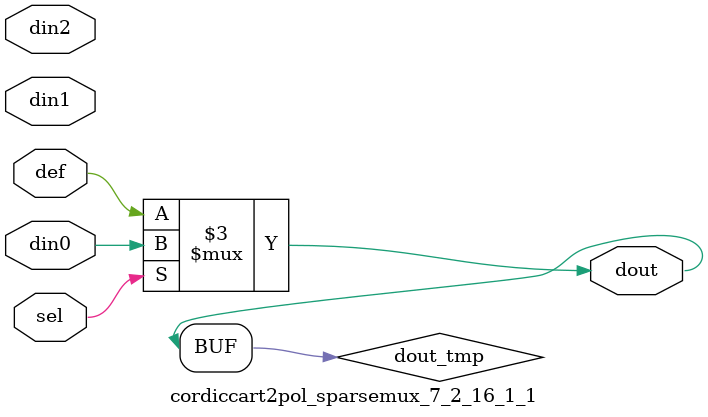
<source format=v>
`timescale 1ns / 1ps

module cordiccart2pol_sparsemux_7_2_16_1_1 (din0,din1,din2,def,sel,dout);

parameter din0_WIDTH = 1;

parameter din1_WIDTH = 1;

parameter din2_WIDTH = 1;

parameter def_WIDTH = 1;
parameter sel_WIDTH = 1;
parameter dout_WIDTH = 1;

parameter [sel_WIDTH-1:0] CASE0 = 1;

parameter [sel_WIDTH-1:0] CASE1 = 1;

parameter [sel_WIDTH-1:0] CASE2 = 1;

parameter ID = 1;
parameter NUM_STAGE = 1;



input [din0_WIDTH-1:0] din0;

input [din1_WIDTH-1:0] din1;

input [din2_WIDTH-1:0] din2;

input [def_WIDTH-1:0] def;
input [sel_WIDTH-1:0] sel;

output [dout_WIDTH-1:0] dout;



reg [dout_WIDTH-1:0] dout_tmp;


always @ (*) begin
(* parallel_case *) case (sel)
    
    CASE0 : dout_tmp = din0;
    
    CASE1 : dout_tmp = din1;
    
    CASE2 : dout_tmp = din2;
    
    default : dout_tmp = def;
endcase
end


assign dout = dout_tmp;



endmodule

</source>
